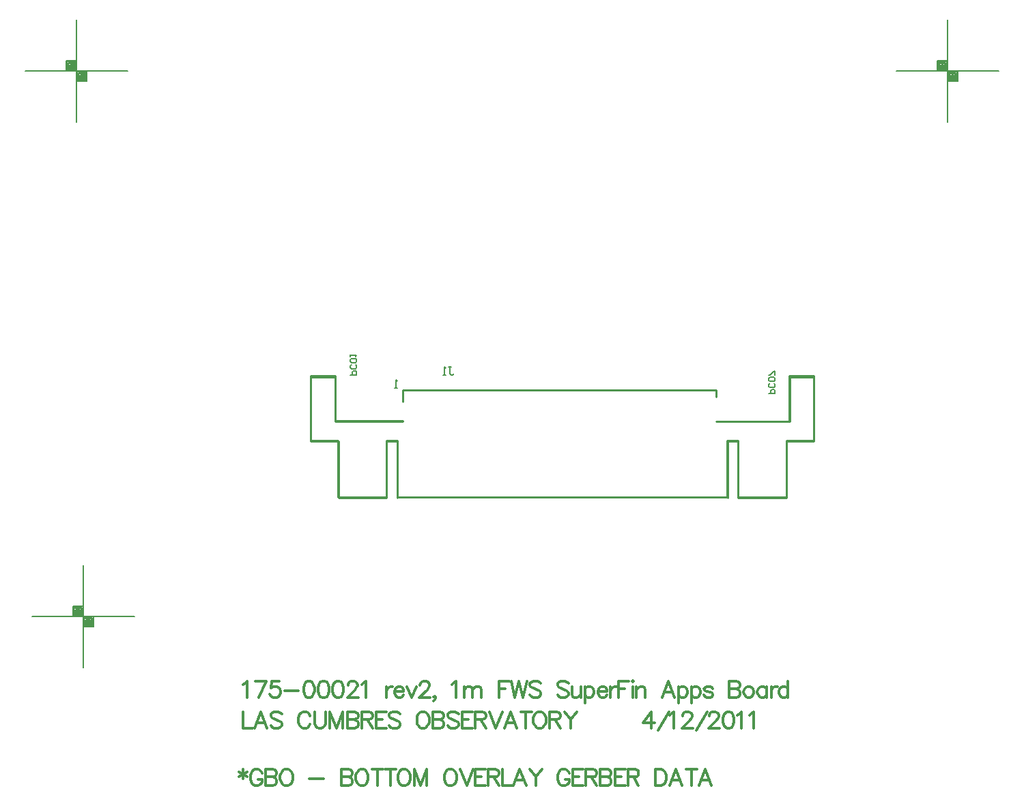
<source format=gbo>
%FSLAX23Y23*%
%MOIN*%
G70*
G01*
G75*
G04 Layer_Color=32896*
%ADD10O,0.079X0.024*%
%ADD11R,0.017X0.045*%
%ADD12R,0.014X0.060*%
%ADD13R,0.030X0.100*%
%ADD14R,0.031X0.060*%
%ADD15R,0.022X0.085*%
%ADD16R,0.085X0.022*%
%ADD17R,0.039X0.059*%
%ADD18C,0.020*%
%ADD19C,0.050*%
%ADD20C,0.010*%
%ADD21C,0.025*%
%ADD22C,0.005*%
%ADD23C,0.006*%
%ADD24C,0.012*%
%ADD25C,0.008*%
%ADD26C,0.012*%
%ADD27C,0.012*%
%ADD28R,0.059X0.059*%
%ADD29C,0.059*%
%ADD30R,0.059X0.059*%
%ADD31C,0.047*%
%ADD32C,0.219*%
%ADD33C,0.050*%
%ADD34C,0.024*%
%ADD35C,0.010*%
%ADD36C,0.015*%
%ADD37C,0.008*%
%ADD38C,0.007*%
%ADD39C,0.007*%
%ADD40R,0.224X0.139*%
%ADD41O,0.087X0.032*%
%ADD42R,0.025X0.053*%
%ADD43R,0.022X0.068*%
%ADD44R,0.038X0.108*%
%ADD45R,0.039X0.068*%
%ADD46R,0.030X0.093*%
%ADD47R,0.093X0.030*%
%ADD48R,0.047X0.067*%
%ADD49R,0.067X0.067*%
%ADD50C,0.067*%
%ADD51R,0.067X0.067*%
%ADD52C,0.055*%
%ADD53C,0.227*%
%ADD54C,0.058*%
%ADD55C,0.032*%
%ADD56C,0.075*%
%ADD57C,0.087*%
%ADD58C,0.206*%
%ADD59R,1.037X0.274*%
D20*
X33466Y18649D02*
Y18684D01*
X31937D02*
X33466D01*
X31606Y18530D02*
Y18747D01*
X31488Y18432D02*
Y18747D01*
X31910Y18156D02*
Y18432D01*
X31858Y18156D02*
Y18432D01*
X31622Y18156D02*
Y18432D01*
X31858D02*
X31910D01*
X31488Y18747D02*
X31606D01*
X31488Y18432D02*
X31622D01*
X31606Y18530D02*
X31937D01*
X31622Y18156D02*
X31858D01*
X33574D02*
X33810D01*
Y18432D02*
X33944D01*
X33825Y18747D02*
X33944D01*
X33522Y18432D02*
X33574D01*
X33810Y18156D02*
Y18432D01*
X33574Y18156D02*
Y18432D01*
X33522Y18156D02*
Y18432D01*
X33944D02*
Y18747D01*
X33825Y18530D02*
Y18747D01*
X33824Y18534D02*
Y18751D01*
X33943Y18436D02*
Y18751D01*
X33521Y18160D02*
Y18436D01*
X33572Y18160D02*
Y18436D01*
X33809Y18160D02*
Y18436D01*
X33521D02*
X33572D01*
X33824Y18751D02*
X33943D01*
X33809Y18436D02*
X33943D01*
X33466Y18530D02*
X33825D01*
X33572Y18160D02*
X33809D01*
X31909D02*
X33522D01*
X31621D02*
X31857D01*
X31605Y18534D02*
X31936D01*
X31487Y18436D02*
X31621D01*
X31487Y18751D02*
X31605D01*
X31857Y18436D02*
X31909D01*
X31621Y18160D02*
Y18436D01*
X31857Y18160D02*
Y18436D01*
X31909Y18160D02*
Y18436D01*
X31487D02*
Y18751D01*
X31605Y18534D02*
Y18751D01*
X31937Y18684D02*
X31938Y18626D01*
D22*
X32159Y18796D02*
X32172D01*
X32165D01*
Y18762D01*
X32172Y18756D01*
X32179D01*
X32185Y18762D01*
X32145Y18756D02*
X32132D01*
X32139D01*
Y18796D01*
X32145Y18789D01*
X31909Y18691D02*
X31895D01*
X31902D01*
Y18731D01*
X31909Y18725D01*
X31681Y18756D02*
X31711D01*
Y18771D01*
X31706Y18776D01*
X31696D01*
X31691Y18771D01*
Y18756D01*
X31706Y18806D02*
X31711Y18801D01*
Y18791D01*
X31706Y18786D01*
X31686D01*
X31681Y18791D01*
Y18801D01*
X31686Y18806D01*
X31706Y18816D02*
X31711Y18821D01*
Y18831D01*
X31706Y18836D01*
X31686D01*
X31681Y18831D01*
Y18821D01*
X31686Y18816D01*
X31706D01*
X31681Y18846D02*
Y18856D01*
Y18851D01*
X31711D01*
X31706Y18846D01*
X33724Y18665D02*
X33754D01*
Y18680D01*
X33749Y18685D01*
X33739D01*
X33734Y18680D01*
Y18665D01*
X33749Y18715D02*
X33754Y18710D01*
Y18700D01*
X33749Y18695D01*
X33729D01*
X33724Y18700D01*
Y18710D01*
X33729Y18715D01*
X33749Y18725D02*
X33754Y18730D01*
Y18740D01*
X33749Y18745D01*
X33729D01*
X33724Y18740D01*
Y18730D01*
X33729Y18725D01*
X33749D01*
X33754Y18755D02*
Y18775D01*
X33749D01*
X33729Y18755D01*
X33724D01*
D24*
X31156Y16829D02*
Y16783D01*
X31137Y16817D02*
X31175Y16794D01*
Y16817D02*
X31137Y16794D01*
X31249Y16810D02*
X31245Y16817D01*
X31237Y16825D01*
X31230Y16829D01*
X31215D01*
X31207Y16825D01*
X31199Y16817D01*
X31196Y16810D01*
X31192Y16798D01*
Y16779D01*
X31196Y16768D01*
X31199Y16760D01*
X31207Y16753D01*
X31215Y16749D01*
X31230D01*
X31237Y16753D01*
X31245Y16760D01*
X31249Y16768D01*
Y16779D01*
X31230D02*
X31249D01*
X31267Y16829D02*
Y16749D01*
Y16829D02*
X31301D01*
X31313Y16825D01*
X31317Y16821D01*
X31320Y16814D01*
Y16806D01*
X31317Y16798D01*
X31313Y16794D01*
X31301Y16791D01*
X31267D02*
X31301D01*
X31313Y16787D01*
X31317Y16783D01*
X31320Y16775D01*
Y16764D01*
X31317Y16756D01*
X31313Y16753D01*
X31301Y16749D01*
X31267D01*
X31361Y16829D02*
X31354Y16825D01*
X31346Y16817D01*
X31342Y16810D01*
X31338Y16798D01*
Y16779D01*
X31342Y16768D01*
X31346Y16760D01*
X31354Y16753D01*
X31361Y16749D01*
X31376D01*
X31384Y16753D01*
X31392Y16760D01*
X31395Y16768D01*
X31399Y16779D01*
Y16798D01*
X31395Y16810D01*
X31392Y16817D01*
X31384Y16825D01*
X31376Y16829D01*
X31361D01*
X31481Y16783D02*
X31549D01*
X31636Y16829D02*
Y16749D01*
Y16829D02*
X31670D01*
X31682Y16825D01*
X31685Y16821D01*
X31689Y16814D01*
Y16806D01*
X31685Y16798D01*
X31682Y16794D01*
X31670Y16791D01*
X31636D02*
X31670D01*
X31682Y16787D01*
X31685Y16783D01*
X31689Y16775D01*
Y16764D01*
X31685Y16756D01*
X31682Y16753D01*
X31670Y16749D01*
X31636D01*
X31730Y16829D02*
X31722Y16825D01*
X31715Y16817D01*
X31711Y16810D01*
X31707Y16798D01*
Y16779D01*
X31711Y16768D01*
X31715Y16760D01*
X31722Y16753D01*
X31730Y16749D01*
X31745D01*
X31753Y16753D01*
X31760Y16760D01*
X31764Y16768D01*
X31768Y16779D01*
Y16798D01*
X31764Y16810D01*
X31760Y16817D01*
X31753Y16825D01*
X31745Y16829D01*
X31730D01*
X31813D02*
Y16749D01*
X31787Y16829D02*
X31840D01*
X31876D02*
Y16749D01*
X31849Y16829D02*
X31903D01*
X31935D02*
X31928Y16825D01*
X31920Y16817D01*
X31916Y16810D01*
X31912Y16798D01*
Y16779D01*
X31916Y16768D01*
X31920Y16760D01*
X31928Y16753D01*
X31935Y16749D01*
X31950D01*
X31958Y16753D01*
X31966Y16760D01*
X31969Y16768D01*
X31973Y16779D01*
Y16798D01*
X31969Y16810D01*
X31966Y16817D01*
X31958Y16825D01*
X31950Y16829D01*
X31935D01*
X31992D02*
Y16749D01*
Y16829D02*
X32022Y16749D01*
X32053Y16829D02*
X32022Y16749D01*
X32053Y16829D02*
Y16749D01*
X32161Y16829D02*
X32154Y16825D01*
X32146Y16817D01*
X32142Y16810D01*
X32139Y16798D01*
Y16779D01*
X32142Y16768D01*
X32146Y16760D01*
X32154Y16753D01*
X32161Y16749D01*
X32177D01*
X32184Y16753D01*
X32192Y16760D01*
X32196Y16768D01*
X32200Y16779D01*
Y16798D01*
X32196Y16810D01*
X32192Y16817D01*
X32184Y16825D01*
X32177Y16829D01*
X32161D01*
X32218D02*
X32249Y16749D01*
X32279Y16829D02*
X32249Y16749D01*
X32339Y16829D02*
X32289D01*
Y16749D01*
X32339D01*
X32289Y16791D02*
X32320D01*
X32352Y16829D02*
Y16749D01*
Y16829D02*
X32387D01*
X32398Y16825D01*
X32402Y16821D01*
X32406Y16814D01*
Y16806D01*
X32402Y16798D01*
X32398Y16794D01*
X32387Y16791D01*
X32352D01*
X32379D02*
X32406Y16749D01*
X32423Y16829D02*
Y16749D01*
X32469D01*
X32539D02*
X32508Y16829D01*
X32478Y16749D01*
X32489Y16775D02*
X32527D01*
X32558Y16829D02*
X32588Y16791D01*
Y16749D01*
X32618Y16829D02*
X32588Y16791D01*
X32749Y16810D02*
X32745Y16817D01*
X32737Y16825D01*
X32730Y16829D01*
X32714D01*
X32707Y16825D01*
X32699Y16817D01*
X32695Y16810D01*
X32692Y16798D01*
Y16779D01*
X32695Y16768D01*
X32699Y16760D01*
X32707Y16753D01*
X32714Y16749D01*
X32730D01*
X32737Y16753D01*
X32745Y16760D01*
X32749Y16768D01*
Y16779D01*
X32730D02*
X32749D01*
X32817Y16829D02*
X32767D01*
Y16749D01*
X32817D01*
X32767Y16791D02*
X32797D01*
X32830Y16829D02*
Y16749D01*
Y16829D02*
X32864D01*
X32876Y16825D01*
X32879Y16821D01*
X32883Y16814D01*
Y16806D01*
X32879Y16798D01*
X32876Y16794D01*
X32864Y16791D01*
X32830D01*
X32857D02*
X32883Y16749D01*
X32901Y16829D02*
Y16749D01*
Y16829D02*
X32935D01*
X32947Y16825D01*
X32951Y16821D01*
X32954Y16814D01*
Y16806D01*
X32951Y16798D01*
X32947Y16794D01*
X32935Y16791D01*
X32901D02*
X32935D01*
X32947Y16787D01*
X32951Y16783D01*
X32954Y16775D01*
Y16764D01*
X32951Y16756D01*
X32947Y16753D01*
X32935Y16749D01*
X32901D01*
X33022Y16829D02*
X32972D01*
Y16749D01*
X33022D01*
X32972Y16791D02*
X33003D01*
X33035Y16829D02*
Y16749D01*
Y16829D02*
X33069D01*
X33081Y16825D01*
X33085Y16821D01*
X33088Y16814D01*
Y16806D01*
X33085Y16798D01*
X33081Y16794D01*
X33069Y16791D01*
X33035D01*
X33062D02*
X33088Y16749D01*
X33169Y16829D02*
Y16749D01*
Y16829D02*
X33196D01*
X33207Y16825D01*
X33215Y16817D01*
X33219Y16810D01*
X33223Y16798D01*
Y16779D01*
X33219Y16768D01*
X33215Y16760D01*
X33207Y16753D01*
X33196Y16749D01*
X33169D01*
X33301D02*
X33271Y16829D01*
X33240Y16749D01*
X33252Y16775D02*
X33290D01*
X33347Y16829D02*
Y16749D01*
X33320Y16829D02*
X33373D01*
X33444Y16749D02*
X33413Y16829D01*
X33383Y16749D01*
X33394Y16775D02*
X33432D01*
D25*
X34567Y20268D02*
X34577D01*
X34567Y20263D02*
Y20273D01*
Y20263D02*
X34577D01*
Y20273D01*
X34567D02*
X34577D01*
X34562Y20258D02*
Y20273D01*
Y20258D02*
X34582D01*
Y20278D01*
X34562D02*
X34582D01*
X34557Y20253D02*
Y20278D01*
Y20253D02*
X34587D01*
Y20283D01*
X34557D02*
X34587D01*
X34552Y20248D02*
Y20288D01*
Y20248D02*
X34592D01*
Y20288D01*
X34552D02*
X34592D01*
X34617Y20218D02*
X34627D01*
X34617Y20213D02*
Y20223D01*
Y20213D02*
X34627D01*
Y20223D01*
X34617D02*
X34627D01*
X34612Y20208D02*
Y20223D01*
Y20208D02*
X34632D01*
Y20228D01*
X34612D02*
X34632D01*
X34607Y20203D02*
Y20228D01*
Y20203D02*
X34637D01*
Y20233D01*
X34607D02*
X34637D01*
X34602Y20198D02*
Y20238D01*
Y20198D02*
X34642D01*
Y20238D01*
X34602D02*
X34642D01*
X34597Y20193D02*
X34647D01*
Y20243D01*
X34547Y20293D02*
X34597D01*
X34547Y20243D02*
Y20293D01*
X34597Y19993D02*
Y20493D01*
X34347Y20243D02*
X34847D01*
X30346Y17600D02*
X30356D01*
X30346Y17595D02*
Y17605D01*
Y17595D02*
X30356D01*
Y17605D01*
X30346D02*
X30356D01*
X30341Y17590D02*
Y17605D01*
Y17590D02*
X30361D01*
Y17610D01*
X30341D02*
X30361D01*
X30336Y17585D02*
Y17610D01*
Y17585D02*
X30366D01*
Y17615D01*
X30336D02*
X30366D01*
X30331Y17580D02*
Y17620D01*
Y17580D02*
X30371D01*
Y17620D01*
X30331D02*
X30371D01*
X30396Y17550D02*
X30406D01*
X30396Y17545D02*
Y17555D01*
Y17545D02*
X30406D01*
Y17555D01*
X30396D02*
X30406D01*
X30391Y17540D02*
Y17555D01*
Y17540D02*
X30411D01*
Y17560D01*
X30391D02*
X30411D01*
X30386Y17535D02*
Y17560D01*
Y17535D02*
X30416D01*
Y17565D01*
X30386D02*
X30416D01*
X30381Y17530D02*
Y17570D01*
Y17530D02*
X30421D01*
Y17570D01*
X30381D02*
X30421D01*
X30376Y17525D02*
X30426D01*
Y17575D01*
X30326Y17625D02*
X30376D01*
X30326Y17575D02*
Y17625D01*
X30376Y17325D02*
Y17825D01*
X30126Y17575D02*
X30626D01*
X30313Y20268D02*
X30323D01*
X30313Y20263D02*
Y20273D01*
Y20263D02*
X30323D01*
Y20273D01*
X30313D02*
X30323D01*
X30308Y20258D02*
Y20273D01*
Y20258D02*
X30328D01*
Y20278D01*
X30308D02*
X30328D01*
X30303Y20253D02*
Y20278D01*
Y20253D02*
X30333D01*
Y20283D01*
X30303D02*
X30333D01*
X30298Y20248D02*
Y20288D01*
Y20248D02*
X30338D01*
Y20288D01*
X30298D02*
X30338D01*
X30363Y20218D02*
X30373D01*
X30363Y20213D02*
Y20223D01*
Y20213D02*
X30373D01*
Y20223D01*
X30363D02*
X30373D01*
X30358Y20208D02*
Y20223D01*
Y20208D02*
X30378D01*
Y20228D01*
X30358D02*
X30378D01*
X30353Y20203D02*
Y20228D01*
Y20203D02*
X30383D01*
Y20233D01*
X30353D02*
X30383D01*
X30348Y20198D02*
Y20238D01*
Y20198D02*
X30388D01*
Y20238D01*
X30348D02*
X30388D01*
X30343Y20193D02*
X30393D01*
Y20243D01*
X30293Y20293D02*
X30343D01*
X30293Y20243D02*
Y20293D01*
X30343Y19993D02*
Y20493D01*
X30093Y20243D02*
X30593D01*
D26*
X31158Y17109D02*
Y17029D01*
X31204D01*
X31274D02*
X31243Y17109D01*
X31213Y17029D01*
X31224Y17056D02*
X31262D01*
X31346Y17098D02*
X31338Y17106D01*
X31327Y17109D01*
X31311D01*
X31300Y17106D01*
X31292Y17098D01*
Y17090D01*
X31296Y17083D01*
X31300Y17079D01*
X31308Y17075D01*
X31330Y17067D01*
X31338Y17064D01*
X31342Y17060D01*
X31346Y17052D01*
Y17041D01*
X31338Y17033D01*
X31327Y17029D01*
X31311D01*
X31300Y17033D01*
X31292Y17041D01*
X31484Y17090D02*
X31480Y17098D01*
X31472Y17106D01*
X31465Y17109D01*
X31449D01*
X31442Y17106D01*
X31434Y17098D01*
X31430Y17090D01*
X31426Y17079D01*
Y17060D01*
X31430Y17048D01*
X31434Y17041D01*
X31442Y17033D01*
X31449Y17029D01*
X31465D01*
X31472Y17033D01*
X31480Y17041D01*
X31484Y17048D01*
X31506Y17109D02*
Y17052D01*
X31510Y17041D01*
X31517Y17033D01*
X31529Y17029D01*
X31536D01*
X31548Y17033D01*
X31556Y17041D01*
X31559Y17052D01*
Y17109D01*
X31581D02*
Y17029D01*
Y17109D02*
X31612Y17029D01*
X31642Y17109D02*
X31612Y17029D01*
X31642Y17109D02*
Y17029D01*
X31665Y17109D02*
Y17029D01*
Y17109D02*
X31700D01*
X31711Y17106D01*
X31715Y17102D01*
X31719Y17094D01*
Y17086D01*
X31715Y17079D01*
X31711Y17075D01*
X31700Y17071D01*
X31665D02*
X31700D01*
X31711Y17067D01*
X31715Y17064D01*
X31719Y17056D01*
Y17045D01*
X31715Y17037D01*
X31711Y17033D01*
X31700Y17029D01*
X31665D01*
X31736Y17109D02*
Y17029D01*
Y17109D02*
X31771D01*
X31782Y17106D01*
X31786Y17102D01*
X31790Y17094D01*
Y17086D01*
X31786Y17079D01*
X31782Y17075D01*
X31771Y17071D01*
X31736D01*
X31763D02*
X31790Y17029D01*
X31857Y17109D02*
X31808D01*
Y17029D01*
X31857D01*
X31808Y17071D02*
X31838D01*
X31924Y17098D02*
X31916Y17106D01*
X31905Y17109D01*
X31890D01*
X31878Y17106D01*
X31871Y17098D01*
Y17090D01*
X31874Y17083D01*
X31878Y17079D01*
X31886Y17075D01*
X31909Y17067D01*
X31916Y17064D01*
X31920Y17060D01*
X31924Y17052D01*
Y17041D01*
X31916Y17033D01*
X31905Y17029D01*
X31890D01*
X31878Y17033D01*
X31871Y17041D01*
X32027Y17109D02*
X32020Y17106D01*
X32012Y17098D01*
X32008Y17090D01*
X32005Y17079D01*
Y17060D01*
X32008Y17048D01*
X32012Y17041D01*
X32020Y17033D01*
X32027Y17029D01*
X32043D01*
X32050Y17033D01*
X32058Y17041D01*
X32062Y17048D01*
X32066Y17060D01*
Y17079D01*
X32062Y17090D01*
X32058Y17098D01*
X32050Y17106D01*
X32043Y17109D01*
X32027D01*
X32084D02*
Y17029D01*
Y17109D02*
X32118D01*
X32130Y17106D01*
X32134Y17102D01*
X32138Y17094D01*
Y17086D01*
X32134Y17079D01*
X32130Y17075D01*
X32118Y17071D01*
X32084D02*
X32118D01*
X32130Y17067D01*
X32134Y17064D01*
X32138Y17056D01*
Y17045D01*
X32134Y17037D01*
X32130Y17033D01*
X32118Y17029D01*
X32084D01*
X32209Y17098D02*
X32201Y17106D01*
X32190Y17109D01*
X32174D01*
X32163Y17106D01*
X32155Y17098D01*
Y17090D01*
X32159Y17083D01*
X32163Y17079D01*
X32171Y17075D01*
X32193Y17067D01*
X32201Y17064D01*
X32205Y17060D01*
X32209Y17052D01*
Y17041D01*
X32201Y17033D01*
X32190Y17029D01*
X32174D01*
X32163Y17033D01*
X32155Y17041D01*
X32276Y17109D02*
X32227D01*
Y17029D01*
X32276D01*
X32227Y17071D02*
X32257D01*
X32289Y17109D02*
Y17029D01*
Y17109D02*
X32324D01*
X32335Y17106D01*
X32339Y17102D01*
X32343Y17094D01*
Y17086D01*
X32339Y17079D01*
X32335Y17075D01*
X32324Y17071D01*
X32289D01*
X32316D02*
X32343Y17029D01*
X32361Y17109D02*
X32391Y17029D01*
X32422Y17109D02*
X32391Y17029D01*
X32493D02*
X32462Y17109D01*
X32432Y17029D01*
X32443Y17056D02*
X32481D01*
X32538Y17109D02*
Y17029D01*
X32512Y17109D02*
X32565D01*
X32597D02*
X32590Y17106D01*
X32582Y17098D01*
X32578Y17090D01*
X32574Y17079D01*
Y17060D01*
X32578Y17048D01*
X32582Y17041D01*
X32590Y17033D01*
X32597Y17029D01*
X32612D01*
X32620Y17033D01*
X32628Y17041D01*
X32632Y17048D01*
X32635Y17060D01*
Y17079D01*
X32632Y17090D01*
X32628Y17098D01*
X32620Y17106D01*
X32612Y17109D01*
X32597D01*
X32654D02*
Y17029D01*
Y17109D02*
X32688D01*
X32700Y17106D01*
X32703Y17102D01*
X32707Y17094D01*
Y17086D01*
X32703Y17079D01*
X32700Y17075D01*
X32688Y17071D01*
X32654D01*
X32681D02*
X32707Y17029D01*
X32725Y17109D02*
X32756Y17071D01*
Y17029D01*
X32786Y17109D02*
X32756Y17071D01*
X33149Y17109D02*
X33111Y17056D01*
X33168D01*
X33149Y17109D02*
Y17029D01*
X33182Y17018D02*
X33235Y17109D01*
X33241Y17094D02*
X33248Y17098D01*
X33260Y17109D01*
Y17029D01*
X33303Y17090D02*
Y17094D01*
X33307Y17102D01*
X33311Y17106D01*
X33318Y17109D01*
X33333D01*
X33341Y17106D01*
X33345Y17102D01*
X33349Y17094D01*
Y17086D01*
X33345Y17079D01*
X33337Y17067D01*
X33299Y17029D01*
X33352D01*
X33370Y17018D02*
X33424Y17109D01*
X33433Y17090D02*
Y17094D01*
X33437Y17102D01*
X33440Y17106D01*
X33448Y17109D01*
X33463D01*
X33471Y17106D01*
X33475Y17102D01*
X33479Y17094D01*
Y17086D01*
X33475Y17079D01*
X33467Y17067D01*
X33429Y17029D01*
X33482D01*
X33523Y17109D02*
X33512Y17106D01*
X33504Y17094D01*
X33500Y17075D01*
Y17064D01*
X33504Y17045D01*
X33512Y17033D01*
X33523Y17029D01*
X33531D01*
X33542Y17033D01*
X33550Y17045D01*
X33554Y17064D01*
Y17075D01*
X33550Y17094D01*
X33542Y17106D01*
X33531Y17109D01*
X33523D01*
X33571Y17094D02*
X33579Y17098D01*
X33591Y17109D01*
Y17029D01*
X33630Y17094D02*
X33638Y17098D01*
X33649Y17109D01*
Y17029D01*
D27*
X31158Y17244D02*
X31166Y17248D01*
X31177Y17259D01*
Y17179D01*
X31270Y17259D02*
X31232Y17179D01*
X31217Y17259D02*
X31270D01*
X31334D02*
X31296D01*
X31292Y17225D01*
X31296Y17229D01*
X31307Y17233D01*
X31319D01*
X31330Y17229D01*
X31338Y17221D01*
X31341Y17210D01*
Y17202D01*
X31338Y17191D01*
X31330Y17183D01*
X31319Y17179D01*
X31307D01*
X31296Y17183D01*
X31292Y17187D01*
X31288Y17195D01*
X31359Y17214D02*
X31428D01*
X31474Y17259D02*
X31463Y17256D01*
X31455Y17244D01*
X31452Y17225D01*
Y17214D01*
X31455Y17195D01*
X31463Y17183D01*
X31474Y17179D01*
X31482D01*
X31493Y17183D01*
X31501Y17195D01*
X31505Y17214D01*
Y17225D01*
X31501Y17244D01*
X31493Y17256D01*
X31482Y17259D01*
X31474D01*
X31546D02*
X31534Y17256D01*
X31527Y17244D01*
X31523Y17225D01*
Y17214D01*
X31527Y17195D01*
X31534Y17183D01*
X31546Y17179D01*
X31553D01*
X31565Y17183D01*
X31572Y17195D01*
X31576Y17214D01*
Y17225D01*
X31572Y17244D01*
X31565Y17256D01*
X31553Y17259D01*
X31546D01*
X31617D02*
X31605Y17256D01*
X31598Y17244D01*
X31594Y17225D01*
Y17214D01*
X31598Y17195D01*
X31605Y17183D01*
X31617Y17179D01*
X31624D01*
X31636Y17183D01*
X31644Y17195D01*
X31647Y17214D01*
Y17225D01*
X31644Y17244D01*
X31636Y17256D01*
X31624Y17259D01*
X31617D01*
X31669Y17240D02*
Y17244D01*
X31673Y17252D01*
X31677Y17256D01*
X31684Y17259D01*
X31700D01*
X31707Y17256D01*
X31711Y17252D01*
X31715Y17244D01*
Y17237D01*
X31711Y17229D01*
X31703Y17217D01*
X31665Y17179D01*
X31719D01*
X31736Y17244D02*
X31744Y17248D01*
X31755Y17259D01*
Y17179D01*
X31858Y17233D02*
Y17179D01*
Y17210D02*
X31862Y17221D01*
X31869Y17229D01*
X31877Y17233D01*
X31888D01*
X31896Y17210D02*
X31941D01*
Y17217D01*
X31938Y17225D01*
X31934Y17229D01*
X31926Y17233D01*
X31915D01*
X31907Y17229D01*
X31899Y17221D01*
X31896Y17210D01*
Y17202D01*
X31899Y17191D01*
X31907Y17183D01*
X31915Y17179D01*
X31926D01*
X31934Y17183D01*
X31941Y17191D01*
X31958Y17233D02*
X31981Y17179D01*
X32004Y17233D02*
X31981Y17179D01*
X32021Y17240D02*
Y17244D01*
X32025Y17252D01*
X32029Y17256D01*
X32036Y17259D01*
X32051D01*
X32059Y17256D01*
X32063Y17252D01*
X32067Y17244D01*
Y17237D01*
X32063Y17229D01*
X32055Y17217D01*
X32017Y17179D01*
X32070D01*
X32096Y17183D02*
X32092Y17179D01*
X32088Y17183D01*
X32092Y17187D01*
X32096Y17183D01*
Y17176D01*
X32092Y17168D01*
X32088Y17164D01*
X32176Y17244D02*
X32184Y17248D01*
X32195Y17259D01*
Y17179D01*
X32235Y17233D02*
Y17179D01*
Y17217D02*
X32246Y17229D01*
X32254Y17233D01*
X32265D01*
X32273Y17229D01*
X32277Y17217D01*
Y17179D01*
Y17217D02*
X32288Y17229D01*
X32296Y17233D01*
X32307D01*
X32315Y17229D01*
X32319Y17217D01*
Y17179D01*
X32407Y17259D02*
Y17179D01*
Y17259D02*
X32456D01*
X32407Y17221D02*
X32437D01*
X32465Y17259D02*
X32484Y17179D01*
X32504Y17259D02*
X32484Y17179D01*
X32504Y17259D02*
X32523Y17179D01*
X32542Y17259D02*
X32523Y17179D01*
X32611Y17248D02*
X32603Y17256D01*
X32592Y17259D01*
X32577D01*
X32565Y17256D01*
X32558Y17248D01*
Y17240D01*
X32561Y17233D01*
X32565Y17229D01*
X32573Y17225D01*
X32596Y17217D01*
X32603Y17214D01*
X32607Y17210D01*
X32611Y17202D01*
Y17191D01*
X32603Y17183D01*
X32592Y17179D01*
X32577D01*
X32565Y17183D01*
X32558Y17191D01*
X32745Y17248D02*
X32737Y17256D01*
X32726Y17259D01*
X32711D01*
X32699Y17256D01*
X32692Y17248D01*
Y17240D01*
X32695Y17233D01*
X32699Y17229D01*
X32707Y17225D01*
X32730Y17217D01*
X32737Y17214D01*
X32741Y17210D01*
X32745Y17202D01*
Y17191D01*
X32737Y17183D01*
X32726Y17179D01*
X32711D01*
X32699Y17183D01*
X32692Y17191D01*
X32763Y17233D02*
Y17195D01*
X32767Y17183D01*
X32774Y17179D01*
X32786D01*
X32793Y17183D01*
X32805Y17195D01*
Y17233D02*
Y17179D01*
X32826Y17233D02*
Y17153D01*
Y17221D02*
X32833Y17229D01*
X32841Y17233D01*
X32852D01*
X32860Y17229D01*
X32868Y17221D01*
X32871Y17210D01*
Y17202D01*
X32868Y17191D01*
X32860Y17183D01*
X32852Y17179D01*
X32841D01*
X32833Y17183D01*
X32826Y17191D01*
X32889Y17210D02*
X32934D01*
Y17217D01*
X32930Y17225D01*
X32927Y17229D01*
X32919Y17233D01*
X32908D01*
X32900Y17229D01*
X32892Y17221D01*
X32889Y17210D01*
Y17202D01*
X32892Y17191D01*
X32900Y17183D01*
X32908Y17179D01*
X32919D01*
X32927Y17183D01*
X32934Y17191D01*
X32951Y17233D02*
Y17179D01*
Y17210D02*
X32955Y17221D01*
X32963Y17229D01*
X32970Y17233D01*
X32982D01*
X32989Y17259D02*
Y17179D01*
Y17259D02*
X33039D01*
X32989Y17221D02*
X33020D01*
X33055Y17259D02*
X33059Y17256D01*
X33063Y17259D01*
X33059Y17263D01*
X33055Y17259D01*
X33059Y17233D02*
Y17179D01*
X33077Y17233D02*
Y17179D01*
Y17217D02*
X33089Y17229D01*
X33096Y17233D01*
X33108D01*
X33115Y17229D01*
X33119Y17217D01*
Y17179D01*
X33264D02*
X33233Y17259D01*
X33203Y17179D01*
X33214Y17206D02*
X33252D01*
X33282Y17233D02*
Y17153D01*
Y17221D02*
X33290Y17229D01*
X33298Y17233D01*
X33309D01*
X33317Y17229D01*
X33324Y17221D01*
X33328Y17210D01*
Y17202D01*
X33324Y17191D01*
X33317Y17183D01*
X33309Y17179D01*
X33298D01*
X33290Y17183D01*
X33282Y17191D01*
X33345Y17233D02*
Y17153D01*
Y17221D02*
X33353Y17229D01*
X33360Y17233D01*
X33372D01*
X33380Y17229D01*
X33387Y17221D01*
X33391Y17210D01*
Y17202D01*
X33387Y17191D01*
X33380Y17183D01*
X33372Y17179D01*
X33360D01*
X33353Y17183D01*
X33345Y17191D01*
X33450Y17221D02*
X33446Y17229D01*
X33435Y17233D01*
X33423D01*
X33412Y17229D01*
X33408Y17221D01*
X33412Y17214D01*
X33420Y17210D01*
X33439Y17206D01*
X33446Y17202D01*
X33450Y17195D01*
Y17191D01*
X33446Y17183D01*
X33435Y17179D01*
X33423D01*
X33412Y17183D01*
X33408Y17191D01*
X33530Y17259D02*
Y17179D01*
Y17259D02*
X33564D01*
X33575Y17256D01*
X33579Y17252D01*
X33583Y17244D01*
Y17237D01*
X33579Y17229D01*
X33575Y17225D01*
X33564Y17221D01*
X33530D02*
X33564D01*
X33575Y17217D01*
X33579Y17214D01*
X33583Y17206D01*
Y17195D01*
X33579Y17187D01*
X33575Y17183D01*
X33564Y17179D01*
X33530D01*
X33620Y17233D02*
X33612Y17229D01*
X33605Y17221D01*
X33601Y17210D01*
Y17202D01*
X33605Y17191D01*
X33612Y17183D01*
X33620Y17179D01*
X33631D01*
X33639Y17183D01*
X33647Y17191D01*
X33650Y17202D01*
Y17210D01*
X33647Y17221D01*
X33639Y17229D01*
X33631Y17233D01*
X33620D01*
X33714D02*
Y17179D01*
Y17221D02*
X33706Y17229D01*
X33698Y17233D01*
X33687D01*
X33679Y17229D01*
X33672Y17221D01*
X33668Y17210D01*
Y17202D01*
X33672Y17191D01*
X33679Y17183D01*
X33687Y17179D01*
X33698D01*
X33706Y17183D01*
X33714Y17191D01*
X33735Y17233D02*
Y17179D01*
Y17210D02*
X33739Y17221D01*
X33746Y17229D01*
X33754Y17233D01*
X33765D01*
X33818Y17259D02*
Y17179D01*
Y17221D02*
X33811Y17229D01*
X33803Y17233D01*
X33792D01*
X33784Y17229D01*
X33776Y17221D01*
X33773Y17210D01*
Y17202D01*
X33776Y17191D01*
X33784Y17183D01*
X33792Y17179D01*
X33803D01*
X33811Y17183D01*
X33818Y17191D01*
M02*

</source>
